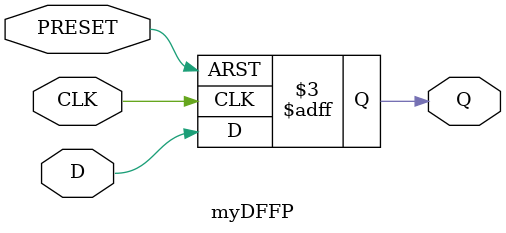
<source format=v>
module myDFFP (output reg Q, input D, CLK, PRESET);
	parameter [0:0] INIT = 1'b1;
	initial Q = INIT;
	always @(posedge CLK or posedge PRESET) begin
		if(PRESET)
			Q <= 1'b1;
		else
			Q <= D;
	end
endmodule
</source>
